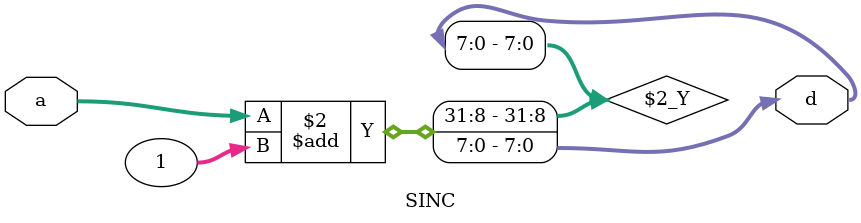
<source format=v>
`timescale 1ns / 1ps


module INC(a, d);
    parameter DATAWIDTH = 8;
    input [DATAWIDTH - 1 : 0] a;
    output reg [DATAWIDTH - 1 : 0] d;

    always @(a) begin
        d <= a + 1;
    end
    
endmodule


module SINC(a, d);
    parameter DATAWIDTH = 8;
    input signed [DATAWIDTH - 1 : 0] a;
    output reg signed [DATAWIDTH - 1 : 0] d;

    always @(a) begin
        d <= a + 1;
    end
    
endmodule
</source>
